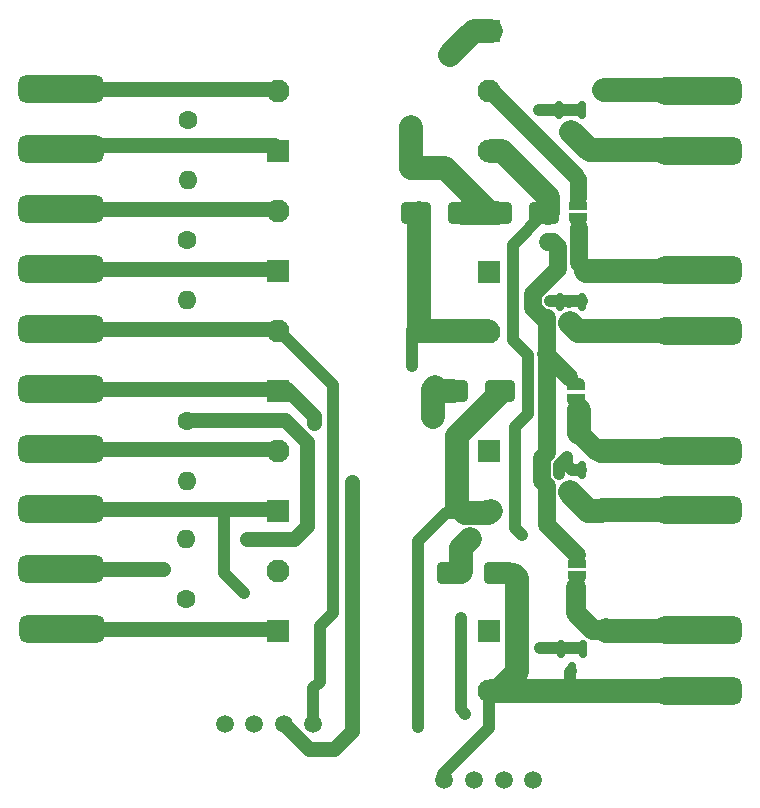
<source format=gbr>
%TF.GenerationSoftware,KiCad,Pcbnew,7.0.10*%
%TF.CreationDate,2024-08-04T06:11:57-04:00*%
%TF.ProjectId,12.X.2 - PLC Connector Combined,31322e58-2e32-4202-9d20-504c4320436f,rev?*%
%TF.SameCoordinates,Original*%
%TF.FileFunction,Copper,L1,Top*%
%TF.FilePolarity,Positive*%
%FSLAX46Y46*%
G04 Gerber Fmt 4.6, Leading zero omitted, Abs format (unit mm)*
G04 Created by KiCad (PCBNEW 7.0.10) date 2024-08-04 06:11:57*
%MOMM*%
%LPD*%
G01*
G04 APERTURE LIST*
G04 Aperture macros list*
%AMRoundRect*
0 Rectangle with rounded corners*
0 $1 Rounding radius*
0 $2 $3 $4 $5 $6 $7 $8 $9 X,Y pos of 4 corners*
0 Add a 4 corners polygon primitive as box body*
4,1,4,$2,$3,$4,$5,$6,$7,$8,$9,$2,$3,0*
0 Add four circle primitives for the rounded corners*
1,1,$1+$1,$2,$3*
1,1,$1+$1,$4,$5*
1,1,$1+$1,$6,$7*
1,1,$1+$1,$8,$9*
0 Add four rect primitives between the rounded corners*
20,1,$1+$1,$2,$3,$4,$5,0*
20,1,$1+$1,$4,$5,$6,$7,0*
20,1,$1+$1,$6,$7,$8,$9,0*
20,1,$1+$1,$8,$9,$2,$3,0*%
%AMFreePoly0*
4,1,19,0.500000,-0.750000,0.000000,-0.750000,0.000000,-0.744911,-0.071157,-0.744911,-0.207708,-0.704816,-0.327430,-0.627875,-0.420627,-0.520320,-0.479746,-0.390866,-0.500000,-0.250000,-0.500000,0.250000,-0.479746,0.390866,-0.420627,0.520320,-0.327430,0.627875,-0.207708,0.704816,-0.071157,0.744911,0.000000,0.744911,0.000000,0.750000,0.500000,0.750000,0.500000,-0.750000,0.500000,-0.750000,
$1*%
%AMFreePoly1*
4,1,19,0.000000,0.744911,0.071157,0.744911,0.207708,0.704816,0.327430,0.627875,0.420627,0.520320,0.479746,0.390866,0.500000,0.250000,0.500000,-0.250000,0.479746,-0.390866,0.420627,-0.520320,0.327430,-0.627875,0.207708,-0.704816,0.071157,-0.744911,0.000000,-0.744911,0.000000,-0.750000,-0.500000,-0.750000,-0.500000,0.750000,0.000000,0.750000,0.000000,0.744911,0.000000,0.744911,
$1*%
G04 Aperture macros list end*
%TA.AperFunction,ComponentPad*%
%ADD10R,1.950000X1.950000*%
%TD*%
%TA.AperFunction,ComponentPad*%
%ADD11C,1.950000*%
%TD*%
%TA.AperFunction,SMDPad,CuDef*%
%ADD12RoundRect,0.572500X-3.045750X-0.572500X3.045750X-0.572500X3.045750X0.572500X-3.045750X0.572500X0*%
%TD*%
%TA.AperFunction,SMDPad,CuDef*%
%ADD13RoundRect,0.250000X1.000000X0.650000X-1.000000X0.650000X-1.000000X-0.650000X1.000000X-0.650000X0*%
%TD*%
%TA.AperFunction,SMDPad,CuDef*%
%ADD14RoundRect,0.150000X-0.150000X0.587500X-0.150000X-0.587500X0.150000X-0.587500X0.150000X0.587500X0*%
%TD*%
%TA.AperFunction,SMDPad,CuDef*%
%ADD15FreePoly0,270.000000*%
%TD*%
%TA.AperFunction,SMDPad,CuDef*%
%ADD16FreePoly1,270.000000*%
%TD*%
%TA.AperFunction,ComponentPad*%
%ADD17C,1.600000*%
%TD*%
%TA.AperFunction,ComponentPad*%
%ADD18O,1.600000X1.600000*%
%TD*%
%TA.AperFunction,SMDPad,CuDef*%
%ADD19RoundRect,0.250000X-1.000000X-0.650000X1.000000X-0.650000X1.000000X0.650000X-1.000000X0.650000X0*%
%TD*%
%TA.AperFunction,ComponentPad*%
%ADD20C,1.498600*%
%TD*%
%TA.AperFunction,ViaPad*%
%ADD21C,0.800000*%
%TD*%
%TA.AperFunction,Conductor*%
%ADD22C,1.016000*%
%TD*%
%TA.AperFunction,Conductor*%
%ADD23C,2.000000*%
%TD*%
%TA.AperFunction,Conductor*%
%ADD24C,1.270000*%
%TD*%
%TA.AperFunction,Conductor*%
%ADD25C,0.250000*%
%TD*%
%TA.AperFunction,Conductor*%
%ADD26C,1.651000*%
%TD*%
%TA.AperFunction,Conductor*%
%ADD27C,1.500000*%
%TD*%
%TA.AperFunction,Conductor*%
%ADD28C,1.473200*%
%TD*%
%TA.AperFunction,Conductor*%
%ADD29C,1.524000*%
%TD*%
%TA.AperFunction,Conductor*%
%ADD30C,1.999996*%
%TD*%
G04 APERTURE END LIST*
D10*
%TO.P,J317,1,1*%
%TO.N,Net-(J305-Pin_1)*%
X110500000Y-87650000D03*
D11*
%TO.P,J317,2,2*%
%TO.N,Net-(J306-Pin_1)*%
X110500000Y-92730000D03*
%TD*%
D12*
%TO.P,J316,1,Pin_1*%
%TO.N,Net-(J314-Pin_1)*%
X128326500Y-107870000D03*
%TD*%
%TO.P,J308,1,Pin_1*%
%TO.N,Net-(J302-Pin_1)*%
X128318250Y-123125000D03*
%TD*%
%TO.P,J210,1,Pin_1*%
%TO.N,Net-(J210-Pin_1)*%
X74278250Y-72187224D03*
%TD*%
%TO.P,J209,1,Pin_1*%
%TO.N,M*%
X74278250Y-77245000D03*
%TD*%
D13*
%TO.P,D303,1*%
%TO.N,Net-(J302-Pin_1)*%
X111375000Y-113150000D03*
%TO.P,D303,2*%
%TO.N,GNDPWR*%
X107375000Y-113150000D03*
%TD*%
D14*
%TO.P,D306,1*%
%TO.N,GNDPWR*%
X118368250Y-104437500D03*
%TO.P,D306,2*%
X116468250Y-104437500D03*
%TO.P,D306,3*%
%TO.N,Net-(J314-Pin_1)*%
X117418250Y-106312500D03*
%TD*%
D12*
%TO.P,J307,1,Pin_1*%
%TO.N,Net-(J301-Pin_1)*%
X128318250Y-118035000D03*
%TD*%
%TO.P,J206,1,Pin_1*%
%TO.N,Net-(J206-Pin_1)*%
X74308250Y-92488334D03*
%TD*%
%TO.P,J311,1,Pin_1*%
%TO.N,Net-(J305-Pin_1)*%
X128308250Y-87555000D03*
%TD*%
D15*
%TO.P,JP303,1,A*%
%TO.N,Net-(J303-Pin_1)*%
X117948250Y-112235000D03*
D16*
%TO.P,JP303,2,B*%
%TO.N,Net-(J301-Pin_1)*%
X117948250Y-113535000D03*
%TD*%
D13*
%TO.P,D302,1*%
%TO.N,Net-(J314-Pin_1)*%
X111450000Y-97725000D03*
%TO.P,D302,2*%
%TO.N,GNDPWR*%
X107450000Y-97725000D03*
%TD*%
D12*
%TO.P,J202,1,Pin_1*%
%TO.N,Net-(J202-Pin_1)*%
X74298250Y-112799446D03*
%TD*%
D15*
%TO.P,JP302,1,A*%
%TO.N,Net-(J303-Pin_1)*%
X117868250Y-97195000D03*
D16*
%TO.P,JP302,2,B*%
%TO.N,Net-(J313-Pin_1)*%
X117868250Y-98495000D03*
%TD*%
D17*
%TO.P,R204,1*%
%TO.N,M*%
X85008250Y-74782224D03*
D18*
%TO.P,R204,2*%
%TO.N,Net-(J208-Pin_1)*%
X85008250Y-79862224D03*
%TD*%
D10*
%TO.P,J222,1,1*%
%TO.N,Net-(J205-Pin_1)*%
X92640000Y-97740000D03*
D11*
%TO.P,J222,2,2*%
%TO.N,Net-(J206-Pin_1)*%
X92640000Y-92660000D03*
%TD*%
D12*
%TO.P,J203,1,Pin_1*%
%TO.N,Net-(J203-Pin_1)*%
X74308250Y-107721668D03*
%TD*%
D17*
%TO.P,R202,1*%
%TO.N,M*%
X84918250Y-100297224D03*
D18*
%TO.P,R202,2*%
%TO.N,Net-(J202-Pin_1)*%
X84918250Y-105377224D03*
%TD*%
D12*
%TO.P,J208,1,Pin_1*%
%TO.N,Net-(J208-Pin_1)*%
X74298250Y-82342778D03*
%TD*%
D10*
%TO.P,J224,1,1*%
%TO.N,Net-(J201-Pin_1)*%
X92640000Y-118060000D03*
D11*
%TO.P,J224,2,2*%
%TO.N,Net-(J202-Pin_1)*%
X92640000Y-112980000D03*
%TD*%
D10*
%TO.P,J320,1,1*%
%TO.N,Net-(J313-Pin_1)*%
X110500000Y-102810000D03*
D11*
%TO.P,J320,2,2*%
%TO.N,Net-(J314-Pin_1)*%
X110500000Y-107890000D03*
%TD*%
D14*
%TO.P,D305,1*%
%TO.N,GNDPWR*%
X118508250Y-119627500D03*
%TO.P,D305,2*%
X116608250Y-119627500D03*
%TO.P,D305,3*%
%TO.N,Net-(J302-Pin_1)*%
X117558250Y-121502500D03*
%TD*%
D19*
%TO.P,D301,1*%
%TO.N,Net-(J306-Pin_1)*%
X104325000Y-82700000D03*
%TO.P,D301,2*%
%TO.N,GNDPWR*%
X108325000Y-82700000D03*
%TD*%
D17*
%TO.P,R201,1*%
%TO.N,Net-(J201-Pin_1)*%
X84878250Y-115392224D03*
D18*
%TO.P,R201,2*%
%TO.N,M*%
X84878250Y-110312224D03*
%TD*%
D20*
%TO.P,J226,1,1*%
%TO.N,Net-(J206-Pin_1)*%
X95660000Y-125970000D03*
%TO.P,J226,2,2*%
%TO.N,Net-(J205-Pin_1)*%
X93160000Y-125970000D03*
%TO.P,J226,3,3*%
%TO.N,Net-(J204-Pin_1)*%
X90660000Y-125970000D03*
%TO.P,J226,4,4*%
%TO.N,Net-(J203-Pin_1)*%
X88160000Y-125970000D03*
%TD*%
D12*
%TO.P,J201,1,Pin_1*%
%TO.N,Net-(J201-Pin_1)*%
X74370000Y-117920000D03*
%TD*%
%TO.P,J312,1,Pin_1*%
%TO.N,Net-(J306-Pin_1)*%
X128328250Y-92645000D03*
%TD*%
D14*
%TO.P,D308,1*%
%TO.N,GNDPWR*%
X118408250Y-90227500D03*
%TO.P,D308,2*%
X116508250Y-90227500D03*
%TO.P,D308,3*%
%TO.N,Net-(J306-Pin_1)*%
X117458250Y-92102500D03*
%TD*%
D10*
%TO.P,J318,1,1*%
%TO.N,GNDPWR*%
X110500000Y-67250000D03*
D11*
%TO.P,J318,2,2*%
%TO.N,Net-(J303-Pin_1)*%
X110500000Y-72330000D03*
%TO.P,J318,3,3*%
%TO.N,Net-(J304-Pin_1)*%
X110500000Y-77410000D03*
%TD*%
D12*
%TO.P,J315,1,Pin_1*%
%TO.N,Net-(J313-Pin_1)*%
X128328250Y-102815000D03*
%TD*%
D13*
%TO.P,D309,1*%
%TO.N,Net-(J304-Pin_1)*%
X115225000Y-82725000D03*
%TO.P,D309,2*%
%TO.N,GNDPWR*%
X111225000Y-82725000D03*
%TD*%
D17*
%TO.P,R203,1*%
%TO.N,Net-(J207-Pin_1)*%
X84918250Y-85002224D03*
D18*
%TO.P,R203,2*%
%TO.N,M*%
X84918250Y-90082224D03*
%TD*%
D12*
%TO.P,J204,1,Pin_1*%
%TO.N,Net-(J204-Pin_1)*%
X74298250Y-102653890D03*
%TD*%
%TO.P,J207,1,Pin_1*%
%TO.N,Net-(J207-Pin_1)*%
X74308250Y-87400556D03*
%TD*%
%TO.P,J205,1,Pin_1*%
%TO.N,Net-(J205-Pin_1)*%
X74280000Y-97590000D03*
%TD*%
D10*
%TO.P,J221,1,1*%
%TO.N,Net-(J203-Pin_1)*%
X92640000Y-107900000D03*
D11*
%TO.P,J221,2,2*%
%TO.N,Net-(J204-Pin_1)*%
X92640000Y-102820000D03*
%TD*%
D15*
%TO.P,JP301,1,A*%
%TO.N,Net-(J303-Pin_1)*%
X118058250Y-81915000D03*
D16*
%TO.P,JP301,2,B*%
%TO.N,Net-(J305-Pin_1)*%
X118058250Y-83215000D03*
%TD*%
D10*
%TO.P,J223,1,1*%
%TO.N,M*%
X92640000Y-77420000D03*
D11*
%TO.P,J223,2,2*%
%TO.N,Net-(J210-Pin_1)*%
X92640000Y-72340000D03*
%TD*%
D12*
%TO.P,J310,1,Pin_1*%
%TO.N,Net-(J304-Pin_1)*%
X128298250Y-77405000D03*
%TD*%
D10*
%TO.P,J225,1,1*%
%TO.N,Net-(J207-Pin_1)*%
X92640000Y-87580000D03*
D11*
%TO.P,J225,2,2*%
%TO.N,Net-(J208-Pin_1)*%
X92640000Y-82500000D03*
%TD*%
D12*
%TO.P,J309,1,Pin_1*%
%TO.N,Net-(J303-Pin_1)*%
X128298250Y-72325000D03*
%TD*%
D10*
%TO.P,J319,1,1*%
%TO.N,Net-(J301-Pin_1)*%
X110500000Y-118050000D03*
D11*
%TO.P,J319,2,2*%
%TO.N,Net-(J302-Pin_1)*%
X110500000Y-123130000D03*
%TD*%
D14*
%TO.P,D307,1*%
%TO.N,GNDPWR*%
X118368250Y-73997500D03*
%TO.P,D307,2*%
X116468250Y-73997500D03*
%TO.P,D307,3*%
%TO.N,Net-(J304-Pin_1)*%
X117418250Y-75872500D03*
%TD*%
D20*
%TO.P,J321,1,1*%
%TO.N,Net-(J304-Pin_1)*%
X114260000Y-130690000D03*
%TO.P,J321,2,2*%
%TO.N,Net-(J306-Pin_1)*%
X111760000Y-130690000D03*
%TO.P,J321,3,3*%
%TO.N,Net-(J314-Pin_1)*%
X109260000Y-130690000D03*
%TO.P,J321,4,4*%
%TO.N,Net-(J302-Pin_1)*%
X106760000Y-130690000D03*
%TD*%
D21*
%TO.N,Net-(J306-Pin_1)*%
X120134251Y-92670999D03*
X121294251Y-92670999D03*
X122474251Y-92670999D03*
X103972385Y-95625000D03*
%TO.N,Net-(J302-Pin_1)*%
X121870473Y-123124777D03*
X123300474Y-123124776D03*
X120148026Y-123124774D03*
%TO.N,Net-(J304-Pin_1)*%
X113311950Y-109950000D03*
X121454251Y-77400999D03*
X108153251Y-117010999D03*
X122764251Y-77380999D03*
X108528053Y-125094715D03*
X120234251Y-77391838D03*
%TO.N,Net-(J201-Pin_1)*%
X79471250Y-117874224D03*
X80868250Y-117874224D03*
X82265250Y-117874224D03*
%TO.N,Net-(J202-Pin_1)*%
X79471250Y-112794224D03*
X80868250Y-112794224D03*
X82392250Y-112794224D03*
%TO.N,Net-(J203-Pin_1)*%
X79471250Y-107714224D03*
X89758150Y-114826224D03*
X81249250Y-107714224D03*
X82773250Y-107714224D03*
%TO.N,Net-(J204-Pin_1)*%
X81249250Y-102634224D03*
X79598250Y-102634224D03*
X82773250Y-102634224D03*
%TO.N,Net-(J205-Pin_1)*%
X95679002Y-100444402D03*
X79852250Y-97554224D03*
X81503250Y-97554224D03*
X98902250Y-105440000D03*
X83027250Y-97554224D03*
%TO.N,Net-(J206-Pin_1)*%
X83281250Y-92474224D03*
X79852250Y-92474224D03*
X81630248Y-92474224D03*
%TO.N,Net-(J207-Pin_1)*%
X83027250Y-87394224D03*
X81376250Y-87394224D03*
X79852250Y-87394224D03*
%TO.N,Net-(J208-Pin_1)*%
X81503250Y-82314224D03*
X79725250Y-82314224D03*
X83281250Y-82314224D03*
%TO.N,M*%
X82773250Y-76980224D03*
X79344250Y-76980224D03*
X90012252Y-110254224D03*
X91282250Y-100221224D03*
X92425250Y-100221224D03*
X80995250Y-76980224D03*
X91028250Y-110254224D03*
%TO.N,Net-(J301-Pin_1)*%
X121667834Y-118059051D03*
X120434251Y-118040935D03*
X123002549Y-118042573D03*
%TO.N,Net-(J303-Pin_1)*%
X115500002Y-85149999D03*
X120264251Y-72280999D03*
X117950002Y-79700000D03*
X122864251Y-72310999D03*
X118058236Y-80608257D03*
X116350000Y-85584399D03*
X121454251Y-72310999D03*
%TO.N,Net-(J305-Pin_1)*%
X120234251Y-87570999D03*
X122644251Y-87560999D03*
X121404251Y-87540999D03*
%TO.N,Net-(J314-Pin_1)*%
X120034251Y-107891092D03*
X104549991Y-126196639D03*
X122754251Y-107840999D03*
X121334251Y-107870999D03*
%TO.N,Net-(J313-Pin_1)*%
X120034251Y-102870999D03*
X122904251Y-102850999D03*
X121474251Y-102870999D03*
%TO.N,GNDPWR*%
X115011251Y-73957999D03*
X117551241Y-104450499D03*
X117344251Y-119560999D03*
X105782385Y-99929133D03*
X108106625Y-68416625D03*
X103964011Y-78910999D03*
X107241626Y-69281624D03*
X117344251Y-73990999D03*
X103896138Y-77299998D03*
X108325000Y-111050000D03*
X105992385Y-97452999D03*
X117134251Y-103390999D03*
X108900001Y-110325001D03*
X115694741Y-90165509D03*
X103896138Y-75478864D03*
X115392251Y-119550999D03*
X117297251Y-90213999D03*
%TD*%
D22*
%TO.N,Net-(J306-Pin_1)*%
X104002384Y-92570001D02*
X103972385Y-92600000D01*
X110638252Y-92570001D02*
X104002384Y-92570001D01*
D23*
X104625000Y-82700000D02*
X104625000Y-92650000D01*
X128334251Y-92670999D02*
X120134251Y-92670999D01*
X118054751Y-92670999D02*
X117424251Y-92040499D01*
X120134251Y-92670999D02*
X118054751Y-92670999D01*
D22*
X103972385Y-92600000D02*
X103972385Y-95625000D01*
D23*
X104625000Y-92650000D02*
X110435252Y-92650000D01*
D22*
%TO.N,Net-(J302-Pin_1)*%
X106667351Y-130157649D02*
X110566251Y-126258749D01*
D23*
X123300480Y-123124770D02*
X123300474Y-123124776D01*
D22*
X117363251Y-121530281D02*
X117363251Y-123285999D01*
D23*
X120148022Y-123124770D02*
X111243812Y-123124770D01*
X121870473Y-123124777D02*
X120148029Y-123124777D01*
X123300473Y-123124777D02*
X123300474Y-123124776D01*
D22*
X117462882Y-121430650D02*
X117363251Y-121530281D01*
D23*
X120148029Y-123124777D02*
X120148026Y-123124774D01*
X111271250Y-123130000D02*
X112868251Y-121532999D01*
X112868251Y-121532999D02*
X112868251Y-113593251D01*
X128308691Y-123124770D02*
X123300480Y-123124770D01*
D22*
X106667351Y-130853999D02*
X106667351Y-130157649D01*
D23*
X110670000Y-123130000D02*
X111271250Y-123130000D01*
D22*
X110566251Y-126258749D02*
X110566251Y-123868999D01*
D23*
X121870473Y-123124777D02*
X123300473Y-123124777D01*
X112868251Y-113593251D02*
X112650000Y-113375000D01*
%TO.N,Net-(J304-Pin_1)*%
X117490251Y-75832999D02*
X119049090Y-77391838D01*
X111610000Y-77410000D02*
X115500000Y-81300000D01*
X110670000Y-77410000D02*
X111610000Y-77410000D01*
D22*
X108153251Y-124719913D02*
X108528053Y-125094715D01*
D23*
X119049090Y-77391838D02*
X120234251Y-77391838D01*
D22*
X115225000Y-82725000D02*
X112550000Y-85400000D01*
X108153251Y-117010999D02*
X108153251Y-124719913D01*
D23*
X115500000Y-81300000D02*
X115500000Y-82725000D01*
D22*
X113825000Y-99725000D02*
X112725000Y-100825000D01*
X112550000Y-93475000D02*
X113825000Y-94750000D01*
D23*
X120255090Y-77370999D02*
X120234251Y-77391838D01*
D22*
X112725000Y-109363050D02*
X113311950Y-109950000D01*
X112725000Y-100825000D02*
X112725000Y-109363050D01*
D23*
X128234251Y-77370999D02*
X120255090Y-77370999D01*
D22*
X113825000Y-94750000D02*
X113825000Y-99725000D01*
X112550000Y-85400000D02*
X112550000Y-93475000D01*
D24*
%TO.N,Net-(J201-Pin_1)*%
X92298250Y-117874224D02*
X74292163Y-117874224D01*
X74292163Y-117874224D02*
X74290616Y-117875771D01*
X92425250Y-117747224D02*
X92298250Y-117874224D01*
%TO.N,Net-(J202-Pin_1)*%
X82900250Y-112794224D02*
X74282641Y-112794224D01*
X74282641Y-112794224D02*
X74273772Y-112803093D01*
D22*
%TO.N,Net-(J203-Pin_1)*%
X88107250Y-113175324D02*
X89758150Y-114826224D01*
D24*
X92425250Y-107587224D02*
X92298250Y-107714224D01*
X74287595Y-107731527D02*
X74295588Y-107739520D01*
X74304898Y-107714224D02*
X74287595Y-107731527D01*
X74295588Y-107739520D02*
X79090250Y-107739520D01*
D22*
X88107250Y-107714224D02*
X88107250Y-113175324D01*
D24*
X92298250Y-107714224D02*
X88107250Y-107714224D01*
X88107250Y-107714224D02*
X74304898Y-107714224D01*
%TO.N,Net-(J204-Pin_1)*%
X92425250Y-102507224D02*
X92298250Y-102634224D01*
X92298250Y-102634224D02*
X74288698Y-102634224D01*
X74288698Y-102634224D02*
X74270525Y-102652397D01*
%TO.N,Net-(J205-Pin_1)*%
X95679002Y-99869002D02*
X95679002Y-100444402D01*
X74208250Y-97576109D02*
X93386109Y-97576109D01*
X95280000Y-128090000D02*
X97390000Y-128090000D01*
X98902250Y-126577750D02*
X98902250Y-105440000D01*
X93160000Y-125970000D02*
X95280000Y-128090000D01*
X97390000Y-128090000D02*
X98902250Y-126577750D01*
X93386109Y-97576109D02*
X95679002Y-99869002D01*
%TO.N,Net-(J206-Pin_1)*%
X74259168Y-92494687D02*
X79090250Y-92494687D01*
D22*
X96188250Y-122371750D02*
X96188250Y-117667224D01*
D24*
X92425250Y-92347224D02*
X92298250Y-92474224D01*
D22*
X96188250Y-117667224D02*
X97324258Y-116531216D01*
D24*
X92298250Y-92474224D02*
X74279353Y-92474224D01*
X74259029Y-92494548D02*
X74259168Y-92494687D01*
D22*
X95620000Y-122940000D02*
X96188250Y-122371750D01*
X97324258Y-97246232D02*
X92425250Y-92347224D01*
X95620000Y-125930000D02*
X95620000Y-122940000D01*
X95660000Y-125970000D02*
X95620000Y-125930000D01*
X97324258Y-116531216D02*
X97324258Y-97246232D01*
D24*
X74279353Y-92474224D02*
X74259029Y-92494548D01*
%TO.N,Net-(J207-Pin_1)*%
X92425250Y-87267224D02*
X92298250Y-87394224D01*
X92298250Y-87394224D02*
X74277496Y-87394224D01*
X74277496Y-87394224D02*
X74272933Y-87398787D01*
%TO.N,Net-(J208-Pin_1)*%
X92298250Y-82314224D02*
X74322732Y-82314224D01*
X92425250Y-82187224D02*
X92298250Y-82314224D01*
X74322732Y-82314224D02*
X74290929Y-82346027D01*
%TO.N,M*%
X95110000Y-102070000D02*
X95110000Y-109175474D01*
X94031250Y-110254224D02*
X90012252Y-110254224D01*
X74595318Y-76970000D02*
X74313791Y-77251527D01*
D25*
X79088577Y-77251527D02*
X74313791Y-77251527D01*
D24*
X93261224Y-100221224D02*
X95110000Y-102070000D01*
D25*
X79105880Y-77234224D02*
X79088577Y-77251527D01*
D24*
X95110000Y-109175474D02*
X94031250Y-110254224D01*
X84805250Y-100221224D02*
X93261224Y-100221224D01*
X92288026Y-76970000D02*
X74595318Y-76970000D01*
X92425250Y-77107224D02*
X92288026Y-76970000D01*
%TO.N,Net-(J210-Pin_1)*%
X74268986Y-72175201D02*
X92500273Y-72175201D01*
D26*
%TO.N,Net-(J301-Pin_1)*%
X117860000Y-116575186D02*
X117860000Y-114400000D01*
D23*
X120437816Y-118044500D02*
X120434251Y-118040935D01*
D26*
X119314814Y-118030000D02*
X117860000Y-116575186D01*
X120434251Y-118040935D02*
X120423316Y-118030000D01*
D23*
X128300163Y-118044500D02*
X120437816Y-118044500D01*
D26*
X120423316Y-118030000D02*
X119314814Y-118030000D01*
D27*
%TO.N,Net-(J303-Pin_1)*%
X114236741Y-90769432D02*
X114236741Y-89561586D01*
X114236741Y-89561586D02*
X116350000Y-87448327D01*
X116350000Y-85584399D02*
X115915601Y-85150000D01*
D23*
X120277740Y-72294488D02*
X120264251Y-72280999D01*
D28*
X118058250Y-79808248D02*
X117950002Y-79700000D01*
D27*
X115915601Y-85150000D02*
X115500000Y-85150000D01*
D29*
X110670000Y-72330000D02*
X117850000Y-79510000D01*
D23*
X128342370Y-72294488D02*
X120277740Y-72294488D01*
D28*
X118058250Y-81315000D02*
X118058250Y-79808248D01*
D27*
X115408000Y-103055327D02*
X115408000Y-91623509D01*
X116350000Y-87448327D02*
X116350000Y-85584399D01*
X115408000Y-109094748D02*
X115408000Y-105770276D01*
X115408000Y-105770276D02*
X114997251Y-105359527D01*
X115090818Y-91623509D02*
X114236741Y-90769432D01*
X117332251Y-96570999D02*
X115392251Y-94630999D01*
D23*
X120264251Y-72280999D02*
X120250762Y-72294488D01*
D27*
X114997251Y-105359527D02*
X114997251Y-103466076D01*
X114997251Y-103466076D02*
X115408000Y-103055327D01*
X117948250Y-111635000D02*
X115408000Y-109094748D01*
X115408000Y-91623509D02*
X115090818Y-91623509D01*
D29*
%TO.N,Net-(J305-Pin_1)*%
X118760999Y-87570999D02*
X118150000Y-86960000D01*
X118150000Y-83936748D02*
X118134251Y-83920999D01*
D23*
X120234251Y-87570999D02*
X118760999Y-87570999D01*
D29*
X118150000Y-86960000D02*
X118150000Y-83936748D01*
D23*
X128134251Y-87570999D02*
X120234251Y-87570999D01*
D22*
%TO.N,Net-(J314-Pin_1)*%
X106879001Y-108120999D02*
X104549991Y-110450009D01*
D23*
X118941344Y-107891092D02*
X117375751Y-106325499D01*
X107800000Y-101610000D02*
X111331251Y-98078749D01*
X128334251Y-107870999D02*
X120054344Y-107870999D01*
X110670000Y-107890000D02*
X110439001Y-108120999D01*
D22*
X108534251Y-108120999D02*
X106879001Y-108120999D01*
D23*
X120034251Y-107891092D02*
X118941344Y-107891092D01*
D22*
X104549991Y-110450009D02*
X104549991Y-126196639D01*
D23*
X110439001Y-108120999D02*
X108534251Y-108120999D01*
X108534251Y-108120999D02*
X107800000Y-107386748D01*
X120054344Y-107870999D02*
X120034251Y-107891092D01*
X107800000Y-107386748D02*
X107800000Y-101610000D01*
D28*
%TO.N,Net-(J313-Pin_1)*%
X118134251Y-99361001D02*
X117868250Y-99095000D01*
D23*
X118134251Y-101344293D02*
X118134251Y-99361001D01*
D26*
X119660957Y-102870999D02*
X118134251Y-101344293D01*
D23*
X128334251Y-102870999D02*
X120034251Y-102870999D01*
D22*
%TO.N,GNDPWR*%
X116455251Y-104069999D02*
X116455251Y-104755604D01*
D23*
X105782385Y-97662999D02*
X105782385Y-99929133D01*
D22*
X117551241Y-104450499D02*
X117134251Y-104033509D01*
D23*
X106835999Y-78910999D02*
X103964011Y-78910999D01*
X103964011Y-77367871D02*
X103896138Y-77299998D01*
D22*
X118313251Y-119550999D02*
X117424251Y-119550999D01*
D23*
X111225000Y-82725000D02*
X110650000Y-82725000D01*
D22*
X115392251Y-119550999D02*
X114884251Y-119550999D01*
X115011251Y-73957999D02*
X114993751Y-73975499D01*
X118440251Y-90165499D02*
X117345751Y-90165499D01*
X116413251Y-119550999D02*
X115392251Y-119550999D01*
X117134251Y-104033509D02*
X117134251Y-103390999D01*
D23*
X103896138Y-75478862D02*
X103896138Y-77299998D01*
X108350000Y-82725000D02*
X108325000Y-82700000D01*
D22*
X118325751Y-104450499D02*
X117551241Y-104450499D01*
X114774751Y-73975499D02*
X114757251Y-73957999D01*
D23*
X108915251Y-67607999D02*
X109273250Y-67250000D01*
X107450000Y-97725000D02*
X106264386Y-97725000D01*
X103964011Y-78910999D02*
X103964011Y-77367871D01*
D22*
X117248761Y-90165509D02*
X115694741Y-90165509D01*
X117152751Y-73975499D02*
X116171751Y-73975499D01*
D23*
X110650000Y-82725000D02*
X106835999Y-78910999D01*
D22*
X117187751Y-73975499D02*
X117170251Y-73957999D01*
X115028751Y-73975499D02*
X115011251Y-73957999D01*
D23*
X103950000Y-75425000D02*
X103896138Y-75478862D01*
D30*
X108150251Y-111074751D02*
X108900001Y-110325001D01*
D22*
X117170251Y-73957999D02*
X117152751Y-73975499D01*
X117134251Y-103390999D02*
X116455251Y-104069999D01*
D23*
X109273250Y-67250000D02*
X110670000Y-67250000D01*
X106264386Y-97725000D02*
X105992385Y-97452999D01*
X105992385Y-97452999D02*
X105782385Y-97662999D01*
D30*
X108150251Y-113073999D02*
X108150251Y-111074751D01*
D22*
X118071751Y-73975499D02*
X117187751Y-73975499D01*
X117424251Y-119550999D02*
X116413251Y-119550999D01*
D23*
X108788251Y-67734999D02*
X107241626Y-69281624D01*
X111225000Y-82725000D02*
X108350000Y-82725000D01*
D22*
X114993751Y-73975499D02*
X114774751Y-73975499D01*
X117297251Y-90213999D02*
X117248761Y-90165509D01*
X117345751Y-90165499D02*
X117297251Y-90213999D01*
X116171751Y-73975499D02*
X115028751Y-73975499D01*
%TD*%
M02*

</source>
